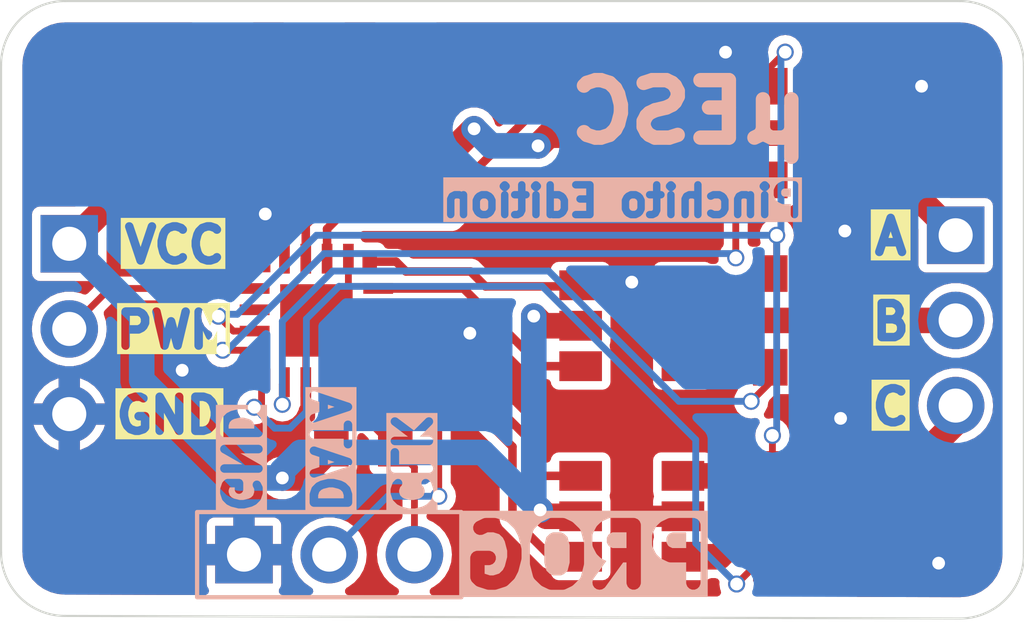
<source format=kicad_pcb>
(kicad_pcb (version 20240108) (generator "pcbnew") (generator_version "8.0")
  (layers (0 "F.Cu" signal) (31 "B.Cu" signal) (34 "B.Paste" user) (35 "F.Paste" user) (36 "B.SilkS" user "B.Silkscreen") (37 "F.SilkS" user "F.Silkscreen") (38 "B.Mask" user) (39 "F.Mask" user) (44 "Edge.Cuts" user))
  (net 0 "")
  (net 1 "/C2CK")
  (net 2 "/C2D")
  (net 3 "GND")
  (net 4 "/VCC")
  (net 5 "/RC")
  (net 6 "Net-(Q1-G2)")
  (net 7 "/M_A")
  (net 8 "Net-(Q1-G1)")
  (net 9 "Net-(Q2-G2)")
  (net 10 "/M_B")
  (net 11 "Net-(Q2-G1)")
  (net 12 "Net-(Q3-G2)")
  (net 13 "/M_C")
  (net 14 "Net-(Q3-G1)")
  (net 15 "/FCom")
  (net 16 "Net-(U1-P0.2)")
  (net 17 "Net-(U1-P0.1)")
  (net 18 "Net-(U1-P0.0)")
  (footprint "component_lib:R0603" (layer "F.Cu") (at 180.1 69.2)
    (property "Reference" "R2" (hide yes))
    (property "Value" "1k" (hide yes))
    (pad "1" smd rect (at -0.75 0) (size 0.81 0.86) (layers "F.Cu" "F.Paste" "F.Mask") (net 15 "/FCom"))
    (pad "2" smd rect (at 0.75 0) (size 0.81 0.86) (layers "F.Cu" "F.Paste" "F.Mask") (net 13 "/M_C"))
  )
  (footprint "Connector_PinHeader_2.00mm:PinHeader_1x03_P2.00mm_Vertical" (layer "F.Cu") (at 162.9 63.9)
    (property "Reference" "J2" (hide yes))
    (property "Value" "Power" (hide yes))
    (pad "1" thru_hole rect (at 0 0) (size 1.35 1.35) (drill 0.8) (layers "*.Cu" "*.Mask") (net 4 "/VCC"))
    (pad "2" thru_hole oval (at 0 2) (size 1.35 1.35) (drill 0.8) (layers "*.Cu" "*.Mask") (net 5 "/RC"))
    (pad "3" thru_hole oval (at 0 4) (size 1.35 1.35) (drill 0.8) (layers "*.Cu" "*.Mask") (net 3 "GND"))
  )
  (footprint "component_lib:R0603" (layer "F.Cu") (at 180.1 62.4 180)
    (property "Reference" "R6" (hide yes))
    (property "Value" "10k" (hide yes))
    (pad "1" smd rect (at -0.75 0 180) (size 0.81 0.86) (layers "F.Cu" "F.Paste" "F.Mask") (net 7 "/M_A"))
    (pad "2" smd rect (at 0.75 0 180) (size 0.81 0.86) (layers "F.Cu" "F.Paste" "F.Mask") (net 16 "Net-(U1-P0.2)"))
  )
  (footprint "component_lib:TSOP-6_L3.0-W1.5-P0.95-LS2.8-BR" (layer "F.Cu") (at 176.1 65.825 180)
    (property "Reference" "Q1")
    (property "Value" "AO6604" (hide yes))
    (pad "1" smd rect (at 1.2 0.95 180) (size 1 0.7) (layers "F.Cu" "F.Paste" "F.Mask") (net 8 "Net-(Q1-G1)"))
    (pad "2" smd rect (at 1.2 0 180) (size 1 0.7) (layers "F.Cu" "F.Paste" "F.Mask") (net 4 "/VCC"))
    (pad "3" smd rect (at 1.2 -0.95 180) (size 1 0.7) (layers "F.Cu" "F.Paste" "F.Mask") (net 6 "Net-(Q1-G2)"))
    (pad "4" smd rect (at -1.2 -0.95 180) (size 1 0.7) (layers "F.Cu" "F.Paste" "F.Mask") (net 10 "/M_B"))
    (pad "5" smd rect (at -1.2 0 180) (size 1 0.7) (layers "F.Cu" "F.Paste" "F.Mask") (net 3 "GND"))
    (pad "6" smd rect (at -1.2 0.95 180) (size 1 0.7) (layers "F.Cu" "F.Paste" "F.Mask") (net 10 "/M_B"))
  )
  (footprint "component_lib:R0603" (layer "F.Cu") (at 180.1 66.8 180)
    (property "Reference" "R5" (hide yes))
    (property "Value" "10k" (hide yes))
    (pad "1" smd rect (at -0.75 0 180) (size 0.81 0.86) (layers "F.Cu" "F.Paste" "F.Mask") (net 10 "/M_B"))
    (pad "2" smd rect (at 0.75 0 180) (size 0.81 0.86) (layers "F.Cu" "F.Paste" "F.Mask") (net 18 "Net-(U1-P0.0)"))
  )
  (footprint "component_lib:R0603" (layer "F.Cu") (at 180.1 71.4 180)
    (property "Reference" "R3" (hide yes))
    (property "Value" "10k" (hide yes))
    (pad "1" smd rect (at -0.75 0 180) (size 0.81 0.86) (layers "F.Cu" "F.Paste" "F.Mask") (net 13 "/M_C"))
    (pad "2" smd rect (at 0.75 0 180) (size 0.81 0.86) (layers "F.Cu" "F.Paste" "F.Mask") (net 17 "Net-(U1-P0.1)"))
  )
  (footprint "Connector_PinHeader_2.00mm:PinHeader_1x03_P2.00mm_Vertical" (layer "F.Cu") (at 183.7 63.7)
    (property "Reference" "J1" (hide yes))
    (property "Value" "Motor" (hide yes))
    (pad "1" thru_hole rect (at 0 0) (size 1.35 1.35) (drill 0.8) (layers "*.Cu" "*.Mask") (net 7 "/M_A"))
    (pad "2" thru_hole oval (at 0 2) (size 1.35 1.35) (drill 0.8) (layers "*.Cu" "*.Mask") (net 10 "/M_B"))
    (pad "3" thru_hole oval (at 0 4) (size 1.35 1.35) (drill 0.8) (layers "*.Cu" "*.Mask") (net 13 "/M_C"))
  )
  (footprint "component_lib:TSOP-6_L3.0-W1.5-P0.95-LS2.8-BR" (layer "F.Cu") (at 176.1 61.35 180)
    (property "Reference" "Q3" (hide yes))
    (property "Value" "AO6604" (hide yes))
    (pad "1" smd rect (at 1.2 0.95 180) (size 1 0.7) (layers "F.Cu" "F.Paste" "F.Mask") (net 14 "Net-(Q3-G1)"))
    (pad "2" smd rect (at 1.2 0 180) (size 1 0.7) (layers "F.Cu" "F.Paste" "F.Mask") (net 4 "/VCC"))
    (pad "3" smd rect (at 1.2 -0.95 180) (size 1 0.7) (layers "F.Cu" "F.Paste" "F.Mask") (net 12 "Net-(Q3-G2)"))
    (pad "4" smd rect (at -1.2 -0.95 180) (size 1 0.7) (layers "F.Cu" "F.Paste" "F.Mask") (net 7 "/M_A"))
    (pad "5" smd rect (at -1.2 0 180) (size 1 0.7) (layers "F.Cu" "F.Paste" "F.Mask") (net 3 "GND"))
    (pad "6" smd rect (at -1.2 0.95 180) (size 1 0.7) (layers "F.Cu" "F.Paste" "F.Mask") (net 7 "/M_A"))
  )
  (footprint "component_lib:R0603" (layer "F.Cu") (at 169.8 68.7 180)
    (property "Reference" "R8" (hide yes))
    (property "Value" "1k" (hide yes))
    (pad "1" smd rect (at -0.75 0 180) (size 0.81 0.86) (layers "F.Cu" "F.Paste" "F.Mask") (net 1 "/C2CK"))
    (pad "2" smd rect (at 0.75 0 180) (size 0.81 0.86) (layers "F.Cu" "F.Paste" "F.Mask") (net 4 "/VCC"))
  )
  (footprint "Connector_PinHeader_2.00mm:PinHeader_1x03_P2.00mm_Vertical" (layer "F.Cu") (at 167 71.2 90)
    (property "Reference" "J3" (hide yes))
    (property "Value" "Prog" (hide yes))
    (pad "1" thru_hole rect (at 0 0 90) (size 1.35 1.35) (drill 0.8) (layers "*.Cu" "*.Mask") (net 3 "GND"))
    (pad "2" thru_hole oval (at 0 2 90) (size 1.35 1.35) (drill 0.8) (layers "*.Cu" "*.Mask") (net 2 "/C2D"))
    (pad "3" thru_hole oval (at 0 4 90) (size 1.35 1.35) (drill 0.8) (layers "*.Cu" "*.Mask") (net 1 "/C2CK"))
  )
  (footprint "component_lib:TSOP-6_L3.0-W1.5-P0.95-LS2.8-BR" (layer "F.Cu") (at 176.1 70.3 180)
    (property "Reference" "Q2")
    (property "Value" "AO6604" (hide yes))
    (pad "1" smd rect (at 1.2 0.95 180) (size 1 0.7) (layers "F.Cu" "F.Paste" "F.Mask") (net 11 "Net-(Q2-G1)"))
    (pad "2" smd rect (at 1.2 0 180) (size 1 0.7) (layers "F.Cu" "F.Paste" "F.Mask") (net 4 "/VCC"))
    (pad "3" smd rect (at 1.2 -0.95 180) (size 1 0.7) (layers "F.Cu" "F.Paste" "F.Mask") (net 9 "Net-(Q2-G2)"))
    (pad "4" smd rect (at -1.2 -0.95 180) (size 1 0.7) (layers "F.Cu" "F.Paste" "F.Mask") (net 13 "/M_C"))
    (pad "5" smd rect (at -1.2 0 180) (size 1 0.7) (layers "F.Cu" "F.Paste" "F.Mask") (net 3 "GND"))
    (pad "6" smd rect (at -1.2 0.95 180) (size 1 0.7) (layers "F.Cu" "F.Paste" "F.Mask") (net 13 "/M_C"))
  )
  (footprint "component_lib:R0603" (layer "F.Cu") (at 180.1 64.6)
    (property "Reference" "R4" (hide yes))
    (property "Value" "1k" (hide yes))
    (pad "1" smd rect (at -0.75 0) (size 0.81 0.86) (layers "F.Cu" "F.Paste" "F.Mask") (net 15 "/FCom"))
    (pad "2" smd rect (at 0.75 0) (size 0.81 0.86) (layers "F.Cu" "F.Paste" "F.Mask") (net 10 "/M_B"))
  )
  (footprint "component_lib:C0805" (layer "F.Cu") (at 170.8 60.8 -90)
    (property "Reference" "C3" (hide yes))
    (property "Value" "100n" (hide yes))
    (pad "1" smd rect (at -1 0 270) (size 1.41 1.35) (layers "F.Cu" "F.Paste" "F.Mask") (net 3 "GND"))
    (pad "2" smd rect (at 1 0 270) (size 1.41 1.35) (layers "F.Cu" "F.Paste" "F.Mask") (net 4 "/VCC"))
  )
  (footprint "component_lib:R0603" (layer "F.Cu") (at 180.1 60.2)
    (property "Reference" "R1" (hide yes))
    (property "Value" "1k" (hide yes))
    (pad "1" smd rect (at -0.75 0) (size 0.81 0.86) (layers "F.Cu" "F.Paste" "F.Mask") (net 15 "/FCom"))
    (pad "2" smd rect (at 0.75 0) (size 0.81 0.86) (layers "F.Cu" "F.Paste" "F.Mask") (net 7 "/M_A"))
  )
  (footprint "component_lib:C0805" (layer "F.Cu") (at 168.65 60.8 -90)
    (property "Reference" "C1")
    (property "Value" "47u" (hide yes))
    (pad "1" smd rect (at -1 0 270) (size 1.41 1.35) (layers "F.Cu" "F.Paste" "F.Mask") (net 3 "GND"))
    (pad "2" smd rect (at 1 0 270) (size 1.41 1.35) (layers "F.Cu" "F.Paste" "F.Mask") (net 4 "/VCC"))
  )
  (footprint "component_lib:C0805" (layer "F.Cu") (at 166.5 60.8 -90)
    (property "Reference" "C2")
    (property "Value" "10u" (hide yes))
    (pad "1" smd rect (at -1 0 270) (size 1.41 1.35) (layers "F.Cu" "F.Paste" "F.Mask") (net 3 "GND"))
    (pad "2" smd rect (at 1 0 270) (size 1.41 1.35) (layers "F.Cu" "F.Paste" "F.Mask") (net 4 "/VCC"))
  )
  (footprint "component_lib:QFN-20_L3.0-W3.0-P0.50-BL-EP1.7_EFM8BB21F16G" (layer "F.Cu") (at 168.7 65.7)
    (property "Reference" "U1" (hide yes))
    (property "Value" "EFM8BB21F16G-C-QFN20" (hide yes))
    (pad "1" smd rect (at -1.25 1.38) (size 0.34 0.5) (layers "F.Cu" "F.Paste" "F.Mask") (net 17 "Net-(U1-P0.1)"))
    (pad "2" smd rect (at -0.75 1.45) (size 0.25 0.7) (layers "F.Cu" "F.Paste" "F.Mask") (net 18 "Net-(U1-P0.0)"))
    (pad "3" smd rect (at -0.25 1.45) (size 0.25 0.7) (layers "F.Cu" "F.Paste" "F.Mask") (net 3 "GND"))
    (pad "4" smd rect (at 0.25 1.45) (size 0.25 0.7) (layers "F.Cu" "F.Paste" "F.Mask") (net 4 "/VCC"))
    (pad "5" smd rect (at 0.75 1.45) (size 0.25 0.7) (layers "F.Cu" "F.Paste" "F.Mask") (net 1 "/C2CK"))
    (pad "6" smd rect (at 1.25 1.38) (size 0.34 0.5) (layers "F.Cu" "F.Paste" "F.Mask") (net 2 "/C2D"))
    (pad "7" smd rect (at 1.45 0.75) (size 0.7 0.25) (layers "F.Cu" "F.Paste" "F.Mask"))
    (pad "8" smd rect (at 1.45 0.25) (size 0.7 0.25) (layers "F.Cu" "F.Paste" "F.Mask") (net 9 "Net-(Q2-G2)"))
    (pad "9" smd rect (at 1.45 -0.25) (size 0.7 0.25) (layers "F.Cu" "F.Paste" "F.Mask") (net 11 "Net-(Q2-G1)"))
    (pad "10" smd rect (at 1.45 -0.75) (size 0.7 0.25) (layers "F.Cu" "F.Paste" "F.Mask") (net 6 "Net-(Q1-G2)"))
    (pad "11" smd rect (at 1.25 -1.38) (size 0.34 0.5) (layers "F.Cu" "F.Paste" "F.Mask") (net 8 "Net-(Q1-G1)"))
    (pad "12" smd rect (at 0.75 -1.45) (size 0.25 0.7) (layers "F.Cu" "F.Paste" "F.Mask") (net 3 "GND"))
    (pad "13" smd rect (at 0.25 -1.45) (size 0.25 0.7) (layers "F.Cu" "F.Paste" "F.Mask") (net 12 "Net-(Q3-G2)"))
    (pad "14" smd rect (at -0.25 -1.45) (size 0.25 0.7) (layers "F.Cu" "F.Paste" "F.Mask") (net 14 "Net-(Q3-G1)"))
    (pad "15" smd rect (at -0.75 -1.45) (size 0.25 0.7) (layers "F.Cu" "F.Paste" "F.Mask"))
    (pad "16" smd rect (at -1.25 -1.38) (size 0.34 0.5) (layers "F.Cu" "F.Paste" "F.Mask"))
    (pad "17" smd rect (at -1.45 -0.75) (size 0.7 0.25) (layers "F.Cu" "F.Paste" "F.Mask") (net 5 "/RC"))
    (pad "18" smd rect (at -1.45 -0.25) (size 0.7 0.25) (layers "F.Cu" "F.Paste" "F.Mask"))
    (pad "19" smd rect (at -1.45 0.25) (size 0.7 0.25) (layers "F.Cu" "F.Paste" "F.Mask") (net 15 "/FCom"))
    (pad "20" smd rect (at -1.45 0.75) (size 0.7 0.25) (layers "F.Cu" "F.Paste" "F.Mask") (net 16 "Net-(U1-P0.2)"))
    (pad "21" smd rect (at 0 0) (size 1.7 1.7) (layers "F.Cu" "F.Paste" "F.Mask") (net 3 "GND"))
  )
  (gr_rect (start 165.9 70.2) (end 172.1 72.2) (stroke (width 0.1)) (fill none) (layer "B.SilkS"))
  (gr_line (start 185.3 59.7) (end 185.3 71.2) (stroke (width 0.05)) (layer "Edge.Cuts"))
  (gr_line (start 183.8 72.7) (end 162.8 72.63934) (stroke (width 0.05)) (layer "Edge.Cuts"))
  (gr_line (start 162.8 58.2) (end 183.8 58.2) (stroke (width 0.05)) (layer "Edge.Cuts"))
  (gr_arc (start 185.3 71.2) (mid 184.86066 72.26066) (end 183.8 72.7) (stroke (width 0.05)) (layer "Edge.Cuts"))
  (gr_arc (start 183.8 58.2) (mid 184.86066 58.63934) (end 185.3 59.7) (stroke (width 0.05)) (layer "Edge.Cuts"))
  (gr_line (start 161.3 59.7) (end 161.3 71.13934) (stroke (width 0.05)) (layer "Edge.Cuts"))
  (gr_arc (start 162.8 72.63934) (mid 161.73934 72.2) (end 161.3 71.13934) (stroke (width 0.05)) (layer "Edge.Cuts"))
  (gr_arc (start 161.3 59.7) (mid 161.73934 58.63934) (end 162.8 58.2) (stroke (width 0.05)) (layer "Edge.Cuts"))
  (gr_text "PROG" (at 178.1 71.25 0) (layer "B.SilkS" knockout) (effects (font (size 1.35 1.4) (thickness 0.3375) (bold yes)) (justify left mirror)))
  (gr_text "μESC" (at 180.4 60.8 0) (layer "B.SilkS") (effects (font (size 1.35 1.4) (thickness 0.3375) (bold yes)) (justify left mirror)))
  (gr_text "CLK" (at 170.9 70.3 -90) (layer "B.SilkS" knockout) (effects (font (size 0.8 0.8) (thickness 0.2) (bold yes)) (justify left mirror)))
  (gr_text "DATA" (at 169 70.3 -90) (layer "B.SilkS" knockout) (effects (font (size 0.8 0.8) (thickness 0.2) (bold yes)) (justify left mirror)))
  (gr_text "Pinchito Edition" (at 180.2 62.9 0) (layer "B.SilkS" knockout) (effects (font (size 0.7 0.7) (thickness 0.175) (bold yes)) (justify left mirror)))
  (gr_text "GND" (at 166.9 70.3 270) (layer "B.SilkS" knockout) (effects (font (size 0.8 0.8) (thickness 0.2) (bold yes)) (justify left mirror)))
  (gr_text "B" (at 181.642857 66.2 0) (layer "F.SilkS" knockout) (effects (font (size 0.8 0.8) (thickness 0.2) (bold yes)) (justify left bottom)))
  (gr_text "GND" (at 163.9 68.4 0) (layer "F.SilkS" knockout) (effects (font (size 0.8 0.8) (thickness 0.2) (bold yes)) (justify left bottom)))
  (gr_text "VCC" (at 164.1 64.4 0) (layer "F.SilkS" knockout) (effects (font (size 0.8 0.8) (thickness 0.2) (bold yes)) (justify left bottom)))
  (gr_text "A" (at 181.7 64.2 0) (layer "F.SilkS" knockout) (effects (font (size 0.8 0.8) (thickness 0.2) (bold yes)) (justify left bottom)))
  (gr_text "PWM" (at 163.9 66.4 0) (layer "F.SilkS" knockout) (effects (font (size 0.8 0.8) (thickness 0.2) (bold yes)) (justify left bottom)))
  (gr_text "C" (at 181.642857 68.2 0) (layer "F.SilkS" knockout) (effects (font (size 0.8 0.8) (thickness 0.2) (bold yes)) (justify left bottom)))
  (segment (start 169.45 67.6) (end 170.55 68.7) (width 0.16) (layer "F.Cu") (net 1))
  (segment (start 169.45 67.15) (end 169.45 67.6) (width 0.16) (layer "F.Cu") (net 1))
  (segment (start 171 71.2) (end 171 69.15) (width 0.16) (layer "F.Cu") (net 1))
  (segment (start 171 69.15) (end 170.55 68.7) (width 0.16) (layer "F.Cu") (net 1))
  (segment (start 171.57 68.325) (end 170.325 67.08) (width 0.16) (layer "F.Cu") (net 2))
  (segment (start 171.57 69.83) (end 171.57 68.325) (width 0.16) (layer "F.Cu") (net 2))
  (segment (start 170.325 67.08) (end 169.95 67.08) (width 0.16) (layer "F.Cu") (net 2))
  (via micro (at 171.57 69.83) (size 0.4) (drill 0.3) (layers "F.Cu" "B.Cu") (net 2))
  (segment (start 170.37 69.83) (end 169 71.2) (width 0.16) (layer "B.Cu") (net 2))
  (segment (start 171.57 69.83) (end 170.37 69.83) (width 0.16) (layer "B.Cu") (net 2))
  (segment (start 168.45 67.15) (end 168.45 65.95) (width 0.16) (layer "F.Cu") (net 3))
  (segment (start 168.45 65.95) (end 168.7 65.7) (width 0.16) (layer "F.Cu") (net 3))
  (segment (start 168.7 65.7) (end 169.45 64.95) (width 0.16) (layer "F.Cu") (net 3))
  (segment (start 169.45 64.95) (end 169.45 64.25) (width 0.16) (layer "F.Cu") (net 3))
  (via (at 181 68) (size 0.6) (drill 0.3) (layers "F.Cu" "B.Cu") (net 3))
  (via (at 172.3 66) (size 0.6) (drill 0.3) (layers "F.Cu" "B.Cu") (net 3))
  (via (at 165.55 66.87) (size 0.6) (drill 0.3) (layers "F.Cu" "B.Cu") (net 3))
  (via (at 182.9 60.2) (size 0.6) (drill 0.3) (layers "F.Cu" "B.Cu") (net 3))
  (via (at 176.1 64.8) (size 0.6) (drill 0.3) (layers "F.Cu" "B.Cu") (net 3))
  (via (at 183.3 71.4) (size 0.6) (drill 0.3) (layers "F.Cu" "B.Cu") (net 3))
  (via (at 181.1 63.6) (size 0.6) (drill 0.3) (layers "F.Cu" "B.Cu") (net 3))
  (via (at 178.3 59.4) (size 0.6) (drill 0.3) (layers "F.Cu" "B.Cu") (net 3))
  (via (at 167.5 63.2) (size 0.6) (drill 0.3) (layers "F.Cu" "B.Cu") (net 3))
  (segment (start 172.4 61.2) (end 171.8 61.8) (width 0.6) (layer "F.Cu") (net 4))
  (segment (start 171.8 61.8) (end 166.5 61.8) (width 0.6) (layer "F.Cu") (net 4))
  (segment (start 168.95 68.6) (end 169.05 68.7) (width 0.16) (layer "F.Cu") (net 4))
  (segment (start 168.95 67.15) (end 168.95 68.6) (width 0.16) (layer "F.Cu") (net 4))
  (segment (start 167.9 69.4) (end 168.35 69.4) (width 0.6) (layer "F.Cu") (net 4))
  (segment (start 174.15 61.35) (end 174.9 61.35) (width 0.6) (layer "F.Cu") (net 4))
  (segment (start 174.1 70.3) (end 174.9 70.3) (width 0.6) (layer "F.Cu") (net 4))
  (segment (start 168.35 69.4) (end 169.05 68.7) (width 0.6) (layer "F.Cu") (net 4))
  (segment (start 165 61.8) (end 162.9 63.9) (width 0.6) (layer "F.Cu") (net 4))
  (segment (start 166.5 61.8) (end 165 61.8) (width 0.6) (layer "F.Cu") (net 4))
  (segment (start 173.9 61.6) (end 174.15 61.35) (width 0.6) (layer "F.Cu") (net 4))
  (segment (start 173.8 65.6) (end 174.025 65.825) (width 0.6) (layer "F.Cu") (net 4))
  (segment (start 173.95 70.15) (end 174.1 70.3) (width 0.6) (layer "F.Cu") (net 4))
  (segment (start 174.025 65.825) (end 174.9 65.825) (width 0.6) (layer "F.Cu") (net 4))
  (via (at 173.9 61.6) (size 0.6) (drill 0.3) (layers "F.Cu" "B.Cu") (net 4))
  (via (at 173.8 65.6) (size 0.6) (drill 0.3) (layers "F.Cu" "B.Cu") (net 4))
  (via (at 172.4 61.2) (size 0.6) (drill 0.3) (layers "F.Cu" "B.Cu") (net 4))
  (via (at 167.9 69.4) (size 0.6) (drill 0.3) (layers "F.Cu" "B.Cu") (net 4))
  (via (at 173.95 70.15) (size 0.6) (drill 0.3) (layers "F.Cu" "B.Cu") (net 4))
  (segment (start 164.6 67.1) (end 164.6 65.6) (width 0.6) (layer "B.Cu") (net 4))
  (segment (start 166.9 69.4) (end 164.6 67.1) (width 0.6) (layer "B.Cu") (net 4))
  (segment (start 172.8 61.6) (end 172.4 61.2) (width 0.6) (layer "B.Cu") (net 4))
  (segment (start 164.6 65.6) (end 162.9 63.9) (width 0.6) (layer "B.Cu") (net 4))
  (segment (start 173.8 65.6) (end 173.8 70) (width 0.6) (layer "B.Cu") (net 4))
  (segment (start 167.9 69.228356) (end 168.328356 68.8) (width 0.6) (layer "B.Cu") (net 4))
  (segment (start 172.6 68.8) (end 173.8 70) (width 0.6) (layer "B.Cu") (net 4))
  (segment (start 173.9 61.6) (end 172.8 61.6) (width 0.6) (layer "B.Cu") (net 4))
  (segment (start 167.9 69.4) (end 167.9 69.228356) (width 0.6) (layer "B.Cu") (net 4))
  (segment (start 173.8 70) (end 173.95 70.15) (width 0.6) (layer "B.Cu") (net 4))
  (segment (start 167.9 69.4) (end 166.9 69.4) (width 0.6) (layer "B.Cu") (net 4))
  (segment (start 168.328356 68.8) (end 172.6 68.8) (width 0.6) (layer "B.Cu") (net 4))
  (segment (start 162.9 65.9) (end 163.85 64.95) (width 0.16) (layer "F.Cu") (net 5))
  (segment (start 163.85 64.95) (end 167.25 64.95) (width 0.16) (layer "F.Cu") (net 5))
  (segment (start 174.9 66.775) (end 173.975 66.775) (width 0.2) (layer "F.Cu") (net 6))
  (segment (start 173.975 66.775) (end 172.15 64.95) (width 0.2) (layer "F.Cu") (net 6))
  (segment (start 172.15 64.95) (end 170.15 64.95) (width 0.2) (layer "F.Cu") (net 6))
  (segment (start 181.3 60.65) (end 180.85 60.2) (width 0.6) (layer "F.Cu") (net 7))
  (segment (start 178.2 60.4) (end 178.3 60.5) (width 0.6) (layer "F.Cu") (net 7))
  (segment (start 181.3 61.3) (end 181.3 61.95) (width 0.6) (layer "F.Cu") (net 7))
  (segment (start 177.3 60.4) (end 178.2 60.4) (width 0.6) (layer "F.Cu") (net 7))
  (segment (start 178.3 62.2) (end 178.2 62.3) (width 0.6) (layer "F.Cu") (net 7))
  (segment (start 178.2 62.3) (end 177.3 62.3) (width 0.6) (layer "F.Cu") (net 7))
  (segment (start 178.3 61.3) (end 178.3 62.2) (width 0.6) (layer "F.Cu") (net 7))
  (segment (start 178.3 61.3) (end 181.3 61.3) (width 0.6) (layer "F.Cu") (net 7))
  (segment (start 178.3 60.5) (end 178.3 61.3) (width 0.6) (layer "F.Cu") (net 7))
  (segment (start 181.3 61.3) (end 181.3 60.65) (width 0.6) (layer "F.Cu") (net 7))
  (segment (start 181.3 61.3) (end 183.7 63.7) (width 0.6) (layer "F.Cu") (net 7))
  (segment (start 181.3 61.95) (end 180.85 62.4) (width 0.6) (layer "F.Cu") (net 7))
  (segment (start 172.665686 64.9) (end 172.315686 64.55) (width 0.2) (layer "F.Cu") (net 8))
  (segment (start 174.875 64.9) (end 172.665686 64.9) (width 0.2) (layer "F.Cu") (net 8))
  (segment (start 170.57 64.32) (end 169.95 64.32) (width 0.2) (layer "F.Cu") (net 8))
  (segment (start 172.315686 64.55) (end 170.8 64.55) (width 0.2) (layer "F.Cu") (net 8))
  (segment (start 170.8 64.55) (end 170.57 64.32) (width 0.2) (layer "F.Cu") (net 8))
  (segment (start 174.9 64.875) (end 174.875 64.9) (width 0.2) (layer "F.Cu") (net 8))
  (segment (start 173.3 68.665686) (end 173.3 70.348528) (width 0.2) (layer "F.Cu") (net 9))
  (segment (start 170.584314 65.95) (end 173.3 68.665686) (width 0.2) (layer "F.Cu") (net 9))
  (segment (start 174.201472 71.25) (end 174.9 71.25) (width 0.2) (layer "F.Cu") (net 9))
  (segment (start 170.15 65.95) (end 170.584314 65.95) (width 0.2) (layer "F.Cu") (net 9))
  (segment (start 173.3 70.348528) (end 174.201472 71.25) (width 0.2) (layer "F.Cu") (net 9))
  (segment (start 178.2 64.875) (end 178.4 65.075) (width 0.6) (layer "F.Cu") (net 10))
  (segment (start 178.4 66) (end 178.4 66.575) (width 0.6) (layer "F.Cu") (net 10))
  (segment (start 181.2 64.85) (end 180.95 64.6) (width 0.6) (layer "F.Cu") (net 10))
  (segment (start 181.2 66.55) (end 180.95 66.8) (width 0.6) (layer "F.Cu") (net 10))
  (segment (start 177.3 64.875) (end 178.2 64.875) (width 0.6) (layer "F.Cu") (net 10))
  (segment (start 178.4 66.575) (end 178.2 66.775) (width 0.6) (layer "F.Cu") (net 10))
  (segment (start 181.2 65.7) (end 183.7 65.7) (width 0.6) (layer "F.Cu") (net 10))
  (segment (start 178.2 66.775) (end 177.3 66.775) (width 0.6) (layer "F.Cu") (net 10))
  (segment (start 181.2 65.7) (end 181.2 64.85) (width 0.6) (layer "F.Cu") (net 10))
  (segment (start 178.7 65.7) (end 181.2 65.7) (width 0.6) (layer "F.Cu") (net 10))
  (segment (start 178.4 66) (end 178.7 65.7) (width 0.6) (layer "F.Cu") (net 10))
  (segment (start 178.4 65.075) (end 178.4 66) (width 0.6) (layer "F.Cu") (net 10))
  (segment (start 181.2 65.7) (end 181.2 66.55) (width 0.6) (layer "F.Cu") (net 10))
  (segment (start 170.65 65.45) (end 170.15 65.45) (width 0.2) (layer "F.Cu") (net 11))
  (segment (start 173.7 68.5) (end 170.65 65.45) (width 0.2) (layer "F.Cu") (net 11))
  (segment (start 174.9 69.35) (end 173.95 69.35) (width 0.2) (layer "F.Cu") (net 11))
  (segment (start 173.95 69.35) (end 173.7 69.1) (width 0.2) (layer "F.Cu") (net 11))
  (segment (start 173.7 69.1) (end 173.7 68.5) (width 0.2) (layer "F.Cu") (net 11))
  (segment (start 169.2 63.3) (end 168.95 63.55) (width 0.2) (layer "F.Cu") (net 12))
  (segment (start 168.95 63.55) (end 168.95 64.25) (width 0.2) (layer "F.Cu") (net 12))
  (segment (start 174.9 62.3) (end 172.865686 62.3) (width 0.2) (layer "F.Cu") (net 12))
  (segment (start 171.865686 63.3) (end 169.2 63.3) (width 0.2) (layer "F.Cu") (net 12))
  (segment (start 172.865686 62.3) (end 171.865686 63.3) (width 0.2) (layer "F.Cu") (net 12))
  (segment (start 178.15 71.25) (end 177.3 71.25) (width 0.6) (layer "F.Cu") (net 13))
  (segment (start 181.1 70.3) (end 181.1 71.15) (width 0.6) (layer "F.Cu") (net 13))
  (segment (start 178.3 69.45) (end 178.3 70.3) (width 0.6) (layer "F.Cu") (net 13))
  (segment (start 181.1 70.3) (end 181.1 69.45) (width 0.6) (layer "F.Cu") (net 13))
  (segment (start 181.1 70.3) (end 181.5 70.3) (width 0.6) (layer "F.Cu") (net 13))
  (segment (start 178.2 69.35) (end 178.3 69.45) (width 0.6) (layer "F.Cu") (net 13))
  (segment (start 181.1 69.45) (end 180.85 69.2) (width 0.6) (layer "F.Cu") (net 13))
  (segment (start 178.3 70.3) (end 181.1 70.3) (width 0.6) (layer "F.Cu") (net 13))
  (segment (start 181.5 70.3) (end 183.7 68.1) (width 0.6) (layer "F.Cu") (net 13))
  (segment (start 181.1 71.15) (end 180.85 71.4) (width 0.6) (layer "F.Cu") (net 13))
  (segment (start 183.7 68.1) (end 183.7 67.7) (width 0.6) (layer "F.Cu") (net 13))
  (segment (start 177.3 69.35) (end 178.2 69.35) (width 0.6) (layer "F.Cu") (net 13))
  (segment (start 178.3 70.3) (end 178.3 71.1) (width 0.6) (layer "F.Cu") (net 13))
  (segment (start 178.3 71.1) (end 178.15 71.25) (width 0.6) (layer "F.Cu") (net 13))
  (segment (start 174.2 60.4) (end 171.7 62.9) (width 0.2) (layer "F.Cu") (net 14))
  (segment (start 171.7 62.9) (end 169.005 62.9) (width 0.2) (layer "F.Cu") (net 14))
  (segment (start 169.005 62.9) (end 168.45 63.455) (width 0.2) (layer "F.Cu") (net 14))
  (segment (start 174.9 60.4) (end 174.2 60.4) (width 0.2) (layer "F.Cu") (net 14))
  (segment (start 168.45 63.455) (end 168.45 64.25) (width 0.2) (layer "F.Cu") (net 14))
  (segment (start 179.35 59.75) (end 179.7 59.4) (width 0.16) (layer "F.Cu") (net 15))
  (segment (start 179.5 63.7) (end 179.5 64.45) (width 0.16) (layer "F.Cu") (net 15))
  (segment (start 166.4 65.6) (end 166.75 65.95) (width 0.16) (layer "F.Cu") (net 15))
  (segment (start 179.5 64.45) (end 179.35 64.6) (width 0.16) (layer "F.Cu") (net 15))
  (segment (start 166.75 65.95) (end 167.25 65.95) (width 0.16) (layer "F.Cu") (net 15))
  (segment (start 179.4 69.15) (end 179.35 69.2) (width 0.16) (layer "F.Cu") (net 15))
  (segment (start 179.35 60.2) (end 179.35 59.75) (width 0.16) (layer "F.Cu") (net 15))
  (segment (start 179.4 68.4) (end 179.4 69.15) (width 0.16) (layer "F.Cu") (net 15))
  (via micro (at 179.7 59.4) (size 0.4) (drill 0.3) (layers "F.Cu" "B.Cu") (net 15))
  (via micro (at 179.5 63.7) (size 0.4) (drill 0.3) (layers "F.Cu" "B.Cu") (net 15))
  (via micro (at 179.4 68.4) (size 0.4) (drill 0.3) (layers "F.Cu" "B.Cu") (net 15))
  (via micro (at 166.4 65.6) (size 0.4) (drill 0.3) (layers "F.Cu" "B.Cu") (net 15))
  (segment (start 179.7 59.4) (end 179.6 59.5) (width 0.16) (layer "B.Cu") (net 15))
  (segment (start 179.6 63.6) (end 179.5 63.7) (width 0.16) (layer "B.Cu") (net 15))
  (segment (start 166.845 65.555) (end 166.445 65.555) (width 0.16) (layer "B.Cu") (net 15))
  (segment (start 179.5 63.7) (end 179.5 68.3) (width 0.16) (layer "B.Cu") (net 15))
  (segment (start 168.7 63.7) (end 166.845 65.555) (width 0.16) (layer "B.Cu") (net 15))
  (segment (start 179.5 63.7) (end 168.7 63.7) (width 0.16) (layer "B.Cu") (net 15))
  (segment (start 166.445 65.555) (end 166.4 65.6) (width 0.16) (layer "B.Cu") (net 15))
  (segment (start 179.5 68.3) (end 179.4 68.4) (width 0.16) (layer "B.Cu") (net 15))
  (segment (start 179.6 59.5) (end 179.6 63.6) (width 0.16) (layer "B.Cu") (net 15))
  (segment (start 166.5 66.4) (end 167.2 66.4) (width 0.16) (layer "F.Cu") (net 16))
  (segment (start 178.54 63.21) (end 179.35 62.4) (width 0.16) (layer "F.Cu") (net 16))
  (segment (start 178.54 64.23) (end 178.54 63.21) (width 0.16) (layer "F.Cu") (net 16))
  (segment (start 167.2 66.4) (end 167.25 66.45) (width 0.16) (layer "F.Cu") (net 16))
  (via micro (at 178.54 64.23) (size 0.4) (drill 0.3) (layers "F.Cu" "B.Cu") (net 16))
  (via micro (at 166.5 66.4) (size 0.4) (drill 0.3) (layers "F.Cu" "B.Cu") (net 16))
  (segment (start 178.44 64.13) (end 168.878112 64.13) (width 0.16) (layer "B.Cu") (net 16))
  (segment (start 168.878112 64.13) (end 166.608112 66.4) (width 0.16) (layer "B.Cu") (net 16))
  (segment (start 166.608112 66.4) (end 166.5 66.4) (width 0.16) (layer "B.Cu") (net 16))
  (segment (start 178.54 64.23) (end 178.44 64.13) (width 0.16) (layer "B.Cu") (net 16))
  (segment (start 167.412994 67.686742) (end 167.412994 67.117006) (width 0.16) (layer "F.Cu") (net 17))
  (segment (start 167.412994 67.117006) (end 167.45 67.08) (width 0.16) (layer "F.Cu") (net 17))
  (segment (start 167.293258 67.686742) (end 167.412994 67.686742) (width 0.16) (layer "F.Cu") (net 17))
  (segment (start 167.24 67.74) (end 167.293258 67.686742) (width 0.16) (layer "F.Cu") (net 17))
  (segment (start 178.56 71.89) (end 179.05 71.4) (width 0.16) (layer "F.Cu") (net 17))
  (segment (start 179.05 71.4) (end 179.35 71.4) (width 0.16) (layer "F.Cu") (net 17))
  (via micro (at 178.56 71.89) (size 0.4) (drill 0.3) (layers "F.Cu" "B.Cu") (net 17))
  (via micro (at 167.24 67.74) (size 0.4) (drill 0.3) (layers "F.Cu" "B.Cu") (net 17))
  (segment (start 177.6 70.93) (end 177.6 68.5) (width 0.16) (layer "B.Cu") (net 17))
  (segment (start 168.464558 65.664558) (end 168.464558 67.843554) (width 0.16) (layer "B.Cu") (net 17))
  (segment (start 168.464558 67.843554) (end 168.078112 68.23) (width 0.16) (layer "B.Cu") (net 17))
  (segment (start 174 64.9) (end 169.229116 64.9) (width 0.16) (layer "B.Cu") (net 17))
  (segment (start 167.412994 67.921106) (end 167.412994 67.912994) (width 0.16) (layer "B.Cu") (net 17))
  (segment (start 168.078112 68.23) (end 167.721888 68.23) (width 0.16) (layer "B.Cu") (net 17))
  (segment (start 169.229116 64.9) (end 168.464558 65.664558) (width 0.16) (layer "B.Cu") (net 17))
  (segment (start 167.721888 68.23) (end 167.412994 67.921106) (width 0.16) (layer "B.Cu") (net 17))
  (segment (start 177.6 68.5) (end 174 64.9) (width 0.16) (layer "B.Cu") (net 17))
  (segment (start 167.412994 67.912994) (end 167.24 67.74) (width 0.16) (layer "B.Cu") (net 17))
  (segment (start 178.56 71.89) (end 177.6 70.93) (width 0.16) (layer "B.Cu") (net 17))
  (segment (start 167.9 67.67) (end 167.9 67.2) (width 0.16) (layer "F.Cu") (net 18))
  (segment (start 167.9 67.2) (end 167.95 67.15) (width 0.16) (layer "F.Cu") (net 18))
  (segment (start 179.35 67.15) (end 178.9 67.6) (width 0.16) (layer "F.Cu") (net 18))
  (segment (start 179.35 66.8) (end 179.35 67.15) (width 0.16) (layer "F.Cu") (net 18))
  (via micro (at 167.9 67.67) (size 0.4) (drill 0.3) (layers "F.Cu" "B.Cu") (net 18))
  (via micro (at 178.9 67.6) (size 0.4) (drill 0.3) (layers "F.Cu" "B.Cu") (net 18))
  (segment (start 174.149116 64.54) (end 177.209116 67.6) (width 0.16) (layer "B.Cu") (net 18))
  (segment (start 177.209116 67.6) (end 178.9 67.6) (width 0.16) (layer "B.Cu") (net 18))
  (segment (start 167.9 67.67) (end 167.9 65.72) (width 0.16) (layer "B.Cu") (net 18))
  (segment (start 167.9 65.72) (end 169.08 64.54) (width 0.16) (layer "B.Cu") (net 18))
  (segment (start 169.08 64.54) (end 174.149116 64.54) (width 0.16) (layer "B.Cu") (net 18))
  (zone (net 3) (net_name "GND") (layers "F&B.Cu") (connect_pads (clearance 0.2)) (min_thickness 0.2) (fill yes (thermal_gap 0.2) (thermal_bridge_width 0.5))
    (polygon (pts (xy 161.3 58.2) (xy 185.3 58.2) (xy 185.3 72.8) (xy 161.3 72.8)))
  )
)
</source>
